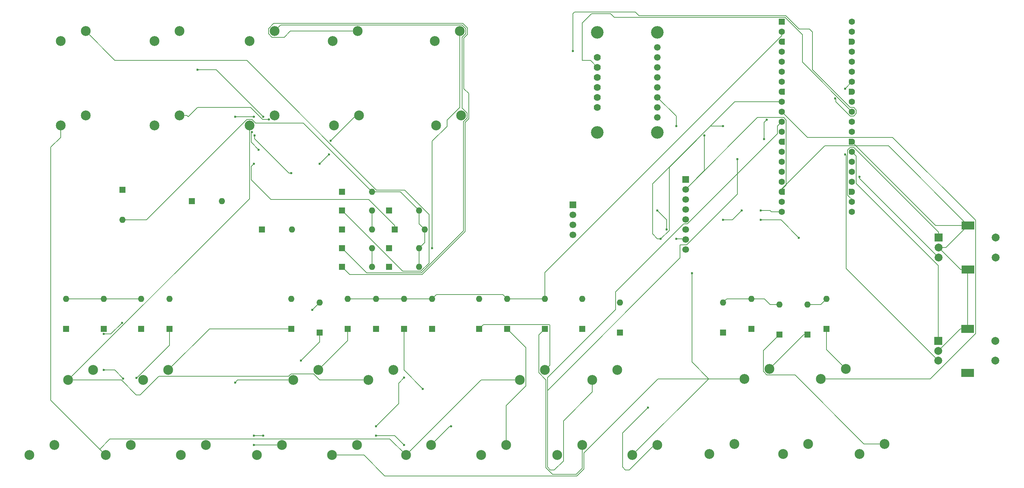
<source format=gbr>
%TF.GenerationSoftware,KiCad,Pcbnew,9.0.5*%
%TF.CreationDate,2025-10-11T12:45:19-04:00*%
%TF.ProjectId,midikeyboard,6d696469-6b65-4796-926f-6172642e6b69,rev?*%
%TF.SameCoordinates,Original*%
%TF.FileFunction,Copper,L2,Bot*%
%TF.FilePolarity,Positive*%
%FSLAX46Y46*%
G04 Gerber Fmt 4.6, Leading zero omitted, Abs format (unit mm)*
G04 Created by KiCad (PCBNEW 9.0.5) date 2025-10-11 12:45:19*
%MOMM*%
%LPD*%
G01*
G04 APERTURE LIST*
G04 Aperture macros list*
%AMRoundRect*
0 Rectangle with rounded corners*
0 $1 Rounding radius*
0 $2 $3 $4 $5 $6 $7 $8 $9 X,Y pos of 4 corners*
0 Add a 4 corners polygon primitive as box body*
4,1,4,$2,$3,$4,$5,$6,$7,$8,$9,$2,$3,0*
0 Add four circle primitives for the rounded corners*
1,1,$1+$1,$2,$3*
1,1,$1+$1,$4,$5*
1,1,$1+$1,$6,$7*
1,1,$1+$1,$8,$9*
0 Add four rect primitives between the rounded corners*
20,1,$1+$1,$2,$3,$4,$5,0*
20,1,$1+$1,$4,$5,$6,$7,0*
20,1,$1+$1,$6,$7,$8,$9,0*
20,1,$1+$1,$8,$9,$2,$3,0*%
%AMFreePoly0*
4,1,37,0.603843,0.796157,0.639018,0.796157,0.711114,0.766294,0.766294,0.711114,0.796157,0.639018,0.796157,0.603843,0.800000,0.600000,0.800000,-0.600000,0.796157,-0.603843,0.796157,-0.639018,0.766294,-0.711114,0.711114,-0.766294,0.639018,-0.796157,0.603843,-0.796157,0.600000,-0.800000,0.000000,-0.800000,0.000000,-0.796148,-0.078414,-0.796148,-0.232228,-0.765552,-0.377117,-0.705537,
-0.507515,-0.618408,-0.618408,-0.507515,-0.705537,-0.377117,-0.765552,-0.232228,-0.796148,-0.078414,-0.796148,0.078414,-0.765552,0.232228,-0.705537,0.377117,-0.618408,0.507515,-0.507515,0.618408,-0.377117,0.705537,-0.232228,0.765552,-0.078414,0.796148,0.000000,0.796148,0.000000,0.800000,0.600000,0.800000,0.603843,0.796157,0.603843,0.796157,$1*%
%AMFreePoly1*
4,1,37,0.000000,0.796148,0.078414,0.796148,0.232228,0.765552,0.377117,0.705537,0.507515,0.618408,0.618408,0.507515,0.705537,0.377117,0.765552,0.232228,0.796148,0.078414,0.796148,-0.078414,0.765552,-0.232228,0.705537,-0.377117,0.618408,-0.507515,0.507515,-0.618408,0.377117,-0.705537,0.232228,-0.765552,0.078414,-0.796148,0.000000,-0.796148,0.000000,-0.800000,-0.600000,-0.800000,
-0.603843,-0.796157,-0.639018,-0.796157,-0.711114,-0.766294,-0.766294,-0.711114,-0.796157,-0.639018,-0.796157,-0.603843,-0.800000,-0.600000,-0.800000,0.600000,-0.796157,0.603843,-0.796157,0.639018,-0.766294,0.711114,-0.711114,0.766294,-0.639018,0.796157,-0.603843,0.796157,-0.600000,0.800000,0.000000,0.800000,0.000000,0.796148,0.000000,0.796148,$1*%
G04 Aperture macros list end*
%TA.AperFunction,ComponentPad*%
%ADD10C,2.500000*%
%TD*%
%TA.AperFunction,ComponentPad*%
%ADD11R,1.600000X1.600000*%
%TD*%
%TA.AperFunction,ComponentPad*%
%ADD12O,1.600000X1.600000*%
%TD*%
%TA.AperFunction,ComponentPad*%
%ADD13R,2.000000X2.000000*%
%TD*%
%TA.AperFunction,ComponentPad*%
%ADD14C,2.000000*%
%TD*%
%TA.AperFunction,ComponentPad*%
%ADD15R,3.200000X2.000000*%
%TD*%
%TA.AperFunction,ComponentPad*%
%ADD16C,1.676400*%
%TD*%
%TA.AperFunction,ComponentPad*%
%ADD17C,1.778000*%
%TD*%
%TA.AperFunction,ComponentPad*%
%ADD18C,3.200000*%
%TD*%
%TA.AperFunction,ComponentPad*%
%ADD19R,1.700000X1.700000*%
%TD*%
%TA.AperFunction,ComponentPad*%
%ADD20C,1.700000*%
%TD*%
%TA.AperFunction,ComponentPad*%
%ADD21RoundRect,0.200000X-0.600000X-0.600000X0.600000X-0.600000X0.600000X0.600000X-0.600000X0.600000X0*%
%TD*%
%TA.AperFunction,ComponentPad*%
%ADD22C,1.600000*%
%TD*%
%TA.AperFunction,ComponentPad*%
%ADD23FreePoly0,0.000000*%
%TD*%
%TA.AperFunction,ComponentPad*%
%ADD24FreePoly1,0.000000*%
%TD*%
%TA.AperFunction,ViaPad*%
%ADD25C,0.600000*%
%TD*%
%TA.AperFunction,Conductor*%
%ADD26C,0.200000*%
%TD*%
G04 APERTURE END LIST*
D10*
%TO.P,S19,1,1*%
%TO.N,col0*%
X205422500Y-130810000D03*
%TO.P,S19,2,2*%
%TO.N,Net-(D19-K)*%
X211772500Y-128270000D03*
%TD*%
D11*
%TO.P,D29,1,K*%
%TO.N,Net-(D29-K)*%
X103346250Y-83343750D03*
D12*
%TO.P,D29,2,A*%
%TO.N,row4*%
X110966250Y-83343750D03*
%TD*%
D10*
%TO.P,S20,1,1*%
%TO.N,col1*%
X224790000Y-130810000D03*
%TO.P,S20,2,2*%
%TO.N,Net-(D20-K)*%
X231140000Y-128270000D03*
%TD*%
D11*
%TO.P,D9,1,K*%
%TO.N,Net-(D9-K)*%
X104775000Y-118110000D03*
D12*
%TO.P,D9,2,A*%
%TO.N,row1*%
X104775000Y-110490000D03*
%TD*%
D10*
%TO.P,S15,1,1*%
%TO.N,col2*%
X166846250Y-131127500D03*
%TO.P,S15,2,2*%
%TO.N,Net-(D15-K)*%
X173196250Y-128587500D03*
%TD*%
%TO.P,S27,1,1*%
%TO.N,col2*%
X55721250Y-66516250D03*
%TO.P,S27,2,2*%
%TO.N,Net-(D27-K)*%
X62071250Y-63976250D03*
%TD*%
%TO.P,S21,1,1*%
%TO.N,col2*%
X31908750Y-45085000D03*
%TO.P,S21,2,2*%
%TO.N,Net-(D21-K)*%
X38258750Y-42545000D03*
%TD*%
D11*
%TO.P,D8,1,K*%
%TO.N,Net-(D8-K)*%
X119062500Y-118110000D03*
D12*
%TO.P,D8,2,A*%
%TO.N,row1*%
X119062500Y-110490000D03*
%TD*%
D13*
%TO.P,SW2,A,A*%
%TO.N,a2*%
X254581250Y-121206250D03*
D14*
%TO.P,SW2,B,B*%
%TO.N,b2*%
X254581250Y-126206250D03*
%TO.P,SW2,C,C*%
%TO.N,GND*%
X254581250Y-123706250D03*
D15*
%TO.P,SW2,MP,MP*%
X262081250Y-118106250D03*
X262081250Y-129306250D03*
D14*
%TO.P,SW2,S1,S1*%
%TO.N,2s1*%
X269081250Y-126206250D03*
%TO.P,SW2,S2,S2*%
%TO.N,2s2*%
X269081250Y-121206250D03*
%TD*%
D10*
%TO.P,S1,1,1*%
%TO.N,col0*%
X23971250Y-150177500D03*
%TO.P,S1,2,2*%
%TO.N,Net-(D1-K)*%
X30321250Y-147637500D03*
%TD*%
D11*
%TO.P,D28,1,K*%
%TO.N,Net-(D28-K)*%
X115252500Y-88106250D03*
D12*
%TO.P,D28,2,A*%
%TO.N,row4*%
X122872500Y-88106250D03*
%TD*%
D16*
%TO.P,U1,1,CPVDD*%
%TO.N,unconnected-(U1-CPVDD-Pad1)*%
X183356250Y-64452500D03*
%TO.P,U1,2,CAPP*%
%TO.N,unconnected-(U1-CAPP-Pad2)*%
X183356250Y-61912500D03*
%TO.P,U1,3,CPGND*%
%TO.N,GND*%
X183356250Y-59372500D03*
%TO.P,U1,4,CAPM*%
%TO.N,unconnected-(U1-CAPM-Pad4)*%
X183356250Y-56832500D03*
%TO.P,U1,5,VNEG*%
%TO.N,unconnected-(U1-VNEG-Pad5)*%
X183356250Y-54292500D03*
%TO.P,U1,6,OUTL*%
%TO.N,unconnected-(U1-OUTL-Pad6)*%
X183356250Y-51752500D03*
%TO.P,U1,7,OUTR*%
%TO.N,unconnected-(U1-OUTR-Pad7)*%
X183356250Y-49212500D03*
%TO.P,U1,8,AVDD*%
%TO.N,unconnected-(U1-AVDD-Pad8)*%
X183356250Y-46672500D03*
D17*
%TO.P,U1,9,AGND*%
%TO.N,GND*%
X168116250Y-61912500D03*
%TO.P,U1,10,DEMP*%
%TO.N,unconnected-(U1-DEMP-Pad10)*%
X168116250Y-59372500D03*
%TO.P,U1,11,FLT*%
%TO.N,unconnected-(U1-FLT-Pad11)*%
X168116250Y-56832500D03*
%TO.P,U1,12,SCK*%
%TO.N,unconnected-(U1-SCK-Pad12)*%
X168116250Y-54292500D03*
%TO.P,U1,13,BCK*%
%TO.N,BCK*%
X168116250Y-51752500D03*
%TO.P,U1,14,DIN*%
%TO.N,din*%
X168116250Y-49212500D03*
D18*
%TO.P,U1,P1*%
%TO.N,N/C*%
X168116250Y-68262500D03*
X183356250Y-68262500D03*
X168116250Y-42862500D03*
X183356250Y-42862500D03*
%TD*%
D10*
%TO.P,S6,1,1*%
%TO.N,col5*%
X81756250Y-150177500D03*
%TO.P,S6,2,2*%
%TO.N,Net-(D6-K)*%
X88106250Y-147637500D03*
%TD*%
%TO.P,S29,1,1*%
%TO.N,col4*%
X101282500Y-66516250D03*
%TO.P,S29,2,2*%
%TO.N,Net-(D29-K)*%
X107632500Y-63976250D03*
%TD*%
D19*
%TO.P,J1,1,Pin_1*%
%TO.N,+3V3*%
X190500000Y-80168750D03*
D20*
%TO.P,J1,2,Pin_2*%
%TO.N,GND*%
X190500000Y-82708750D03*
%TO.P,J1,3,Pin_3*%
%TO.N,CS_LCD*%
X190500000Y-85248750D03*
%TO.P,J1,4,Pin_4*%
%TO.N,RST*%
X190500000Y-87788750D03*
%TO.P,J1,5,Pin_5*%
%TO.N,A0*%
X190500000Y-90328750D03*
%TO.P,J1,6,Pin_6*%
%TO.N,MOSI*%
X190500000Y-92868750D03*
%TO.P,J1,7,Pin_7*%
%TO.N,SCK*%
X190500000Y-95408750D03*
%TO.P,J1,8,Pin_8*%
%TO.N,+3V3*%
X190500000Y-97948750D03*
%TD*%
D11*
%TO.P,D18,1,K*%
%TO.N,Net-(D18-K)*%
X214312500Y-119538750D03*
D12*
%TO.P,D18,2,A*%
%TO.N,row2*%
X214312500Y-111918750D03*
%TD*%
D10*
%TO.P,S11,1,1*%
%TO.N,col4*%
X138588750Y-150177500D03*
%TO.P,S11,2,2*%
%TO.N,Net-(D11-K)*%
X144938750Y-147637500D03*
%TD*%
D11*
%TO.P,D10,1,K*%
%TO.N,Net-(D10-K)*%
X111918750Y-118110000D03*
D12*
%TO.P,D10,2,A*%
%TO.N,row1*%
X111918750Y-110490000D03*
%TD*%
D10*
%TO.P,S13,1,1*%
%TO.N,col0*%
X177006250Y-150177500D03*
%TO.P,S13,2,2*%
%TO.N,Net-(D13-K)*%
X183356250Y-147637500D03*
%TD*%
D11*
%TO.P,D32,1,K*%
%TO.N,col5*%
X83026250Y-92868750D03*
D12*
%TO.P,D32,2,A*%
%TO.N,2S2*%
X90646250Y-92868750D03*
%TD*%
D13*
%TO.P,SW1,A,A*%
%TO.N,a1*%
X254687500Y-94975063D03*
D14*
%TO.P,SW1,B,B*%
%TO.N,b1*%
X254687500Y-99975063D03*
%TO.P,SW1,C,C*%
%TO.N,GND*%
X254687500Y-97475063D03*
D15*
%TO.P,SW1,MP,MP*%
X262187500Y-91875063D03*
X262187500Y-103075063D03*
D14*
%TO.P,SW1,S1,S1*%
%TO.N,1s1*%
X269187500Y-99975063D03*
%TO.P,SW1,S2,S2*%
%TO.N,1s2*%
X269187500Y-94975063D03*
%TD*%
D11*
%TO.P,D1,1,K*%
%TO.N,Net-(D1-K)*%
X33337500Y-118110000D03*
D12*
%TO.P,D1,2,A*%
%TO.N,row0*%
X33337500Y-110490000D03*
%TD*%
D11*
%TO.P,D25,1,K*%
%TO.N,Net-(D25-K)*%
X115252500Y-102393750D03*
D12*
%TO.P,D25,2,A*%
%TO.N,row4*%
X122872500Y-102393750D03*
%TD*%
D11*
%TO.P,D13,1,K*%
%TO.N,Net-(D13-K)*%
X164306250Y-118110000D03*
D12*
%TO.P,D13,2,A*%
%TO.N,row2*%
X164306250Y-110490000D03*
%TD*%
D10*
%TO.P,S30,1,1*%
%TO.N,col5*%
X127158750Y-66516250D03*
%TO.P,S30,2,2*%
%TO.N,Net-(D30-K)*%
X133508750Y-63976250D03*
%TD*%
%TO.P,S16,1,1*%
%TO.N,col3*%
X196532500Y-149860000D03*
%TO.P,S16,2,2*%
%TO.N,Net-(D16-K)*%
X202882500Y-147320000D03*
%TD*%
D11*
%TO.P,D23,1,K*%
%TO.N,Net-(D23-K)*%
X103346250Y-97631250D03*
D12*
%TO.P,D23,2,A*%
%TO.N,row3*%
X110966250Y-97631250D03*
%TD*%
D10*
%TO.P,S22,1,1*%
%TO.N,col3*%
X55721250Y-45085000D03*
%TO.P,S22,2,2*%
%TO.N,Net-(D22-K)*%
X62071250Y-42545000D03*
%TD*%
%TO.P,S26,1,1*%
%TO.N,col1*%
X31908750Y-66516250D03*
%TO.P,S26,2,2*%
%TO.N,Net-(D26-K)*%
X38258750Y-63976250D03*
%TD*%
D11*
%TO.P,D4,1,K*%
%TO.N,Net-(D4-K)*%
X42862500Y-118110000D03*
D12*
%TO.P,D4,2,A*%
%TO.N,row0*%
X42862500Y-110490000D03*
%TD*%
D10*
%TO.P,S8,1,1*%
%TO.N,col1*%
X119538750Y-150177500D03*
%TO.P,S8,2,2*%
%TO.N,Net-(D8-K)*%
X125888750Y-147637500D03*
%TD*%
D11*
%TO.P,D7,1,K*%
%TO.N,Net-(D7-K)*%
X126206250Y-118110000D03*
D12*
%TO.P,D7,2,A*%
%TO.N,row1*%
X126206250Y-110490000D03*
%TD*%
D11*
%TO.P,D6,1,K*%
%TO.N,Net-(D6-K)*%
X97631250Y-119062500D03*
D12*
%TO.P,D6,2,A*%
%TO.N,row0*%
X97631250Y-111442500D03*
%TD*%
D11*
%TO.P,D2,1,K*%
%TO.N,Net-(D2-K)*%
X59531250Y-118110000D03*
D12*
%TO.P,D2,2,A*%
%TO.N,row0*%
X59531250Y-110490000D03*
%TD*%
D11*
%TO.P,D20,1,K*%
%TO.N,Net-(D20-K)*%
X226218750Y-118110000D03*
D12*
%TO.P,D20,2,A*%
%TO.N,row3*%
X226218750Y-110490000D03*
%TD*%
D19*
%TO.P,J2,1,Pin_1*%
%TO.N,SCK*%
X161925000Y-86677500D03*
D20*
%TO.P,J2,2,Pin_2*%
%TO.N,MISO*%
X161925000Y-89217500D03*
%TO.P,J2,3,Pin_3*%
%TO.N,MOSI*%
X161925000Y-91757500D03*
%TO.P,J2,4,Pin_4*%
%TO.N,CS_SD*%
X161925000Y-94297500D03*
%TD*%
D11*
%TO.P,D12,1,K*%
%TO.N,Net-(D12-K)*%
X154781250Y-118110000D03*
D12*
%TO.P,D12,2,A*%
%TO.N,row1*%
X154781250Y-110490000D03*
%TD*%
D10*
%TO.P,S18,1,1*%
%TO.N,col5*%
X234632500Y-149860000D03*
%TO.P,S18,2,2*%
%TO.N,Net-(D18-K)*%
X240982500Y-147320000D03*
%TD*%
D11*
%TO.P,D26,1,K*%
%TO.N,Net-(D26-K)*%
X115252500Y-97631250D03*
D12*
%TO.P,D26,2,A*%
%TO.N,row4*%
X122872500Y-97631250D03*
%TD*%
D10*
%TO.P,S17,1,1*%
%TO.N,col4*%
X215265000Y-149860000D03*
%TO.P,S17,2,2*%
%TO.N,Net-(D17-K)*%
X221615000Y-147320000D03*
%TD*%
D11*
%TO.P,D19,1,K*%
%TO.N,Net-(D19-K)*%
X221456250Y-119538750D03*
D12*
%TO.P,D19,2,A*%
%TO.N,row3*%
X221456250Y-111918750D03*
%TD*%
D10*
%TO.P,S12,1,1*%
%TO.N,col5*%
X157956250Y-150177500D03*
%TO.P,S12,2,2*%
%TO.N,Net-(D12-K)*%
X164306250Y-147637500D03*
%TD*%
D11*
%TO.P,D31,1,K*%
%TO.N,col5*%
X65246250Y-85725000D03*
D12*
%TO.P,D31,2,A*%
%TO.N,1S2*%
X72866250Y-85725000D03*
%TD*%
D10*
%TO.P,S24,1,1*%
%TO.N,col5*%
X100965000Y-45085000D03*
%TO.P,S24,2,2*%
%TO.N,Net-(D24-K)*%
X107315000Y-42545000D03*
%TD*%
D11*
%TO.P,D21,1,K*%
%TO.N,Net-(D21-K)*%
X103346250Y-88106250D03*
D12*
%TO.P,D21,2,A*%
%TO.N,row3*%
X110966250Y-88106250D03*
%TD*%
D11*
%TO.P,D14,1,K*%
%TO.N,Net-(D14-K)*%
X138112500Y-118110000D03*
D12*
%TO.P,D14,2,A*%
%TO.N,row2*%
X138112500Y-110490000D03*
%TD*%
D10*
%TO.P,S5,1,1*%
%TO.N,col4*%
X52863750Y-131127500D03*
%TO.P,S5,2,2*%
%TO.N,Net-(D5-K)*%
X59213750Y-128587500D03*
%TD*%
D11*
%TO.P,D22,1,K*%
%TO.N,Net-(D22-K)*%
X103346250Y-92868750D03*
D12*
%TO.P,D22,2,A*%
%TO.N,row3*%
X110966250Y-92868750D03*
%TD*%
D10*
%TO.P,S25,1,1*%
%TO.N,col0*%
X126841250Y-45085000D03*
%TO.P,S25,2,2*%
%TO.N,Net-(D25-K)*%
X133191250Y-42545000D03*
%TD*%
%TO.P,S4,1,1*%
%TO.N,col3*%
X33813750Y-131127500D03*
%TO.P,S4,2,2*%
%TO.N,Net-(D4-K)*%
X40163750Y-128587500D03*
%TD*%
%TO.P,S7,1,1*%
%TO.N,col0*%
X100806250Y-150177500D03*
%TO.P,S7,2,2*%
%TO.N,Net-(D7-K)*%
X107156250Y-147637500D03*
%TD*%
D11*
%TO.P,D3,1,K*%
%TO.N,Net-(D3-K)*%
X52387500Y-118110000D03*
D12*
%TO.P,D3,2,A*%
%TO.N,row0*%
X52387500Y-110490000D03*
%TD*%
D11*
%TO.P,D17,1,K*%
%TO.N,Net-(D17-K)*%
X207168750Y-118110000D03*
D12*
%TO.P,D17,2,A*%
%TO.N,row2*%
X207168750Y-110490000D03*
%TD*%
D11*
%TO.P,D24,1,K*%
%TO.N,Net-(D24-K)*%
X103346250Y-102393750D03*
D12*
%TO.P,D24,2,A*%
%TO.N,row3*%
X110966250Y-102393750D03*
%TD*%
D10*
%TO.P,S23,1,1*%
%TO.N,col4*%
X79851250Y-45085000D03*
%TO.P,S23,2,2*%
%TO.N,Net-(D23-K)*%
X86201250Y-42545000D03*
%TD*%
D11*
%TO.P,D27,1,K*%
%TO.N,Net-(D27-K)*%
X116681250Y-92868750D03*
D12*
%TO.P,D27,2,A*%
%TO.N,row4*%
X124301250Y-92868750D03*
%TD*%
D10*
%TO.P,S10,1,1*%
%TO.N,col3*%
X110013750Y-131127500D03*
%TO.P,S10,2,2*%
%TO.N,Net-(D10-K)*%
X116363750Y-128587500D03*
%TD*%
D11*
%TO.P,D11,1,K*%
%TO.N,Net-(D11-K)*%
X145256250Y-118110000D03*
D12*
%TO.P,D11,2,A*%
%TO.N,row1*%
X145256250Y-110490000D03*
%TD*%
D11*
%TO.P,D15,1,K*%
%TO.N,Net-(D15-K)*%
X173831250Y-119062500D03*
D12*
%TO.P,D15,2,A*%
%TO.N,row2*%
X173831250Y-111442500D03*
%TD*%
D10*
%TO.P,S14,1,1*%
%TO.N,col1*%
X148431250Y-131127500D03*
%TO.P,S14,2,2*%
%TO.N,Net-(D14-K)*%
X154781250Y-128587500D03*
%TD*%
D11*
%TO.P,D5,1,K*%
%TO.N,Net-(D5-K)*%
X90487500Y-118110000D03*
D12*
%TO.P,D5,2,A*%
%TO.N,row0*%
X90487500Y-110490000D03*
%TD*%
D10*
%TO.P,S9,1,1*%
%TO.N,col2*%
X90963750Y-131127500D03*
%TO.P,S9,2,2*%
%TO.N,Net-(D9-K)*%
X97313750Y-128587500D03*
%TD*%
%TO.P,S3,1,1*%
%TO.N,col2*%
X62388750Y-150177500D03*
%TO.P,S3,2,2*%
%TO.N,Net-(D3-K)*%
X68738750Y-147637500D03*
%TD*%
%TO.P,S2,1,1*%
%TO.N,col1*%
X43338750Y-150177500D03*
%TO.P,S2,2,2*%
%TO.N,Net-(D2-K)*%
X49688750Y-147637500D03*
%TD*%
D21*
%TO.P,A1,1,GPIO0*%
%TO.N,row0*%
X214947500Y-40163750D03*
D22*
%TO.P,A1,2,GPIO1*%
%TO.N,row1*%
X214947500Y-42703750D03*
D23*
%TO.P,A1,3,GND*%
%TO.N,GND*%
X214947500Y-45243750D03*
D22*
%TO.P,A1,4,GPIO2*%
%TO.N,row2*%
X214947500Y-47783750D03*
%TO.P,A1,5,GPIO3*%
%TO.N,row3*%
X214947500Y-50323750D03*
%TO.P,A1,6,GPIO4*%
%TO.N,row4*%
X214947500Y-52863750D03*
%TO.P,A1,7,GPIO5*%
%TO.N,2S1*%
X214947500Y-55403750D03*
D23*
%TO.P,A1,8,GND*%
%TO.N,GND*%
X214947500Y-57943750D03*
D22*
%TO.P,A1,9,GPIO6*%
%TO.N,col0*%
X214947500Y-60483750D03*
%TO.P,A1,10,GPIO7*%
%TO.N,col1*%
X214947500Y-63023750D03*
%TO.P,A1,11,GPIO8*%
%TO.N,col2*%
X214947500Y-65563750D03*
%TO.P,A1,12,GPIO9*%
%TO.N,col3*%
X214947500Y-68103750D03*
D23*
%TO.P,A1,13,GND*%
%TO.N,GND*%
X214947500Y-70643750D03*
D22*
%TO.P,A1,14,GPIO10*%
%TO.N,col4*%
X214947500Y-73183750D03*
%TO.P,A1,15,GPIO11*%
%TO.N,col5*%
X214947500Y-75723750D03*
%TO.P,A1,16,GPIO12*%
%TO.N,1S1*%
X214947500Y-78263750D03*
%TO.P,A1,17,GPIO13*%
%TO.N,AO*%
X214947500Y-80803750D03*
D23*
%TO.P,A1,18,GND*%
%TO.N,GND*%
X214947500Y-83343750D03*
D22*
%TO.P,A1,19,GPIO14*%
%TO.N,unconnected-(A1-GPIO14-Pad19)*%
X214947500Y-85883750D03*
%TO.P,A1,20,GPIO15*%
%TO.N,CS_LCD*%
X214947500Y-88423750D03*
%TO.P,A1,21,GPIO16*%
%TO.N,unconnected-(A1-GPIO16-Pad21)*%
X232727500Y-88423750D03*
%TO.P,A1,22,GPIO17*%
%TO.N,a1*%
X232727500Y-85883750D03*
D24*
%TO.P,A1,23,GND*%
%TO.N,GND*%
X232727500Y-83343750D03*
D22*
%TO.P,A1,24,GPIO18*%
%TO.N,sck*%
X232727500Y-80803750D03*
%TO.P,A1,25,GPIO19*%
%TO.N,mosi*%
X232727500Y-78263750D03*
%TO.P,A1,26,GPIO20*%
%TO.N,b1*%
X232727500Y-75723750D03*
%TO.P,A1,27,GPIO21*%
%TO.N,a2*%
X232727500Y-73183750D03*
D24*
%TO.P,A1,28,GND*%
%TO.N,GND*%
X232727500Y-70643750D03*
D22*
%TO.P,A1,29,GPIO22*%
%TO.N,b2*%
X232727500Y-68103750D03*
%TO.P,A1,30,RUN*%
%TO.N,unconnected-(A1-RUN-Pad30)*%
X232727500Y-65563750D03*
%TO.P,A1,31,GPIO26_ADC0*%
%TO.N,BCK*%
X232727500Y-63023750D03*
%TO.P,A1,32,GPIO27_ADC1*%
%TO.N,LRCK*%
X232727500Y-60483750D03*
D24*
%TO.P,A1,33,AGND*%
%TO.N,unconnected-(A1-AGND-Pad33)*%
X232727500Y-57943750D03*
D22*
%TO.P,A1,34,GPIO28_ADC2*%
%TO.N,din*%
X232727500Y-55403750D03*
%TO.P,A1,35,ADC_VREF*%
%TO.N,unconnected-(A1-ADC_VREF-Pad35)*%
X232727500Y-52863750D03*
%TO.P,A1,36,3V3*%
%TO.N,unconnected-(A1-3V3-Pad36)*%
X232727500Y-50323750D03*
%TO.P,A1,37,3V3_EN*%
%TO.N,unconnected-(A1-3V3_EN-Pad37)*%
X232727500Y-47783750D03*
D24*
%TO.P,A1,38,GND*%
%TO.N,GND*%
X232727500Y-45243750D03*
D22*
%TO.P,A1,39,VSYS*%
%TO.N,unconnected-(A1-VSYS-Pad39)*%
X232727500Y-42703750D03*
%TO.P,A1,40,VBUS*%
%TO.N,unconnected-(A1-VBUS-Pad40)*%
X232727500Y-40163750D03*
%TD*%
D10*
%TO.P,S28,1,1*%
%TO.N,col3*%
X79851250Y-66516250D03*
%TO.P,S28,2,2*%
%TO.N,Net-(D28-K)*%
X86201250Y-63976250D03*
%TD*%
D11*
%TO.P,D30,1,K*%
%TO.N,Net-(D30-K)*%
X47625000Y-82867500D03*
D12*
%TO.P,D30,2,A*%
%TO.N,row4*%
X47625000Y-90487500D03*
%TD*%
D11*
%TO.P,D16,1,K*%
%TO.N,Net-(D16-K)*%
X200025000Y-119062500D03*
D12*
%TO.P,D16,2,A*%
%TO.N,row2*%
X200025000Y-111442500D03*
%TD*%
D25*
%TO.N,b2*%
X230981250Y-73818750D03*
%TO.N,din*%
X230981250Y-57150000D03*
X161925000Y-47625000D03*
X228493235Y-59638015D03*
%TO.N,GND*%
X188118750Y-66675000D03*
X195262500Y-69056250D03*
%TO.N,row0*%
X95784447Y-113289303D03*
%TO.N,CS_LCD*%
X209550000Y-88106250D03*
X200025000Y-90487500D03*
X204787500Y-88106250D03*
%TO.N,col2*%
X203647585Y-75060085D03*
X76200000Y-131727500D03*
%TO.N,col0*%
X184206193Y-95250000D03*
X200025000Y-66675000D03*
X192114890Y-104008640D03*
%TO.N,b1*%
X234666817Y-79522277D03*
%TO.N,col1*%
X210449240Y-69955490D03*
X211104922Y-65062750D03*
X209550000Y-90487500D03*
X219199265Y-94984035D03*
%TO.N,col3*%
X76200000Y-64293750D03*
X80962500Y-64293750D03*
%TO.N,Net-(D2-K)*%
X47817352Y-130776398D03*
X51203552Y-130574101D03*
X42862500Y-128587500D03*
%TO.N,Net-(D3-K)*%
X47518235Y-116574485D03*
X42862500Y-119410002D03*
%TO.N,Net-(D6-K)*%
X92868750Y-126206250D03*
X83343750Y-145256250D03*
X80962500Y-145256250D03*
X80962500Y-147637500D03*
%TO.N,Net-(D7-K)*%
X119062500Y-130527500D03*
X111918750Y-145256250D03*
X119062500Y-147637500D03*
X111918750Y-142875000D03*
%TO.N,Net-(D8-K)*%
X123825000Y-133350000D03*
X130968750Y-142875000D03*
%TO.N,Net-(D13-K)*%
X180975000Y-138112500D03*
%TO.N,Net-(D22-K)*%
X81111250Y-69056250D03*
X66675000Y-52387500D03*
X90487500Y-78581250D03*
X83343750Y-64293750D03*
%TO.N,Net-(D25-K)*%
X126206250Y-97631250D03*
%TO.N,Net-(D27-K)*%
X84745160Y-64946977D03*
X80962500Y-76200000D03*
X82153125Y-72628125D03*
X80451250Y-68210541D03*
%TO.N,Net-(D29-K)*%
X100012500Y-73818750D03*
X100442806Y-70414727D03*
X97631250Y-76200000D03*
%TO.N,SCK*%
X188118750Y-95250000D03*
X185737500Y-92868750D03*
X183356250Y-88106250D03*
%TD*%
D26*
%TO.N,row4*%
X79208804Y-64965250D02*
X80493696Y-64965250D01*
X81402250Y-65873804D02*
X93496304Y-65873804D01*
X122872500Y-97631250D02*
X122872500Y-102393750D01*
X118110000Y-83343750D02*
X122872500Y-88106250D01*
X110966250Y-83343750D02*
X118110000Y-83343750D01*
X124301250Y-96202500D02*
X122872500Y-97631250D01*
X53686554Y-90487500D02*
X79208804Y-64965250D01*
X124301250Y-92868750D02*
X124301250Y-96202500D01*
X122872500Y-88106250D02*
X122872500Y-91440000D01*
X93496304Y-65873804D02*
X110966250Y-83343750D01*
X47625000Y-90487500D02*
X53686554Y-90487500D01*
X80493696Y-64965250D02*
X81402250Y-65873804D01*
X122872500Y-91440000D02*
X124301250Y-92868750D01*
%TO.N,b2*%
X254581250Y-126206250D02*
X231220500Y-102845500D01*
X231220500Y-102845500D02*
X231220500Y-74058000D01*
X231220500Y-74058000D02*
X230981250Y-73818750D01*
%TO.N,din*%
X162326000Y-37699000D02*
X161925000Y-38100000D01*
X222688500Y-52339800D02*
X232271450Y-61922750D01*
X177704250Y-37699000D02*
X162326000Y-37699000D01*
X233183550Y-64124750D02*
X232271450Y-64124750D01*
X233828500Y-63479800D02*
X233183550Y-64124750D01*
X228600000Y-60453300D02*
X228600000Y-59531250D01*
X221941037Y-42047750D02*
X222688500Y-42795213D01*
X233183550Y-61922750D02*
X233828500Y-62567700D01*
X219312664Y-42047750D02*
X221941037Y-42047750D01*
X178667000Y-38661750D02*
X177704250Y-37699000D01*
X232271450Y-61922750D02*
X233183550Y-61922750D01*
X161925000Y-38100000D02*
X161925000Y-47625000D01*
X215926664Y-38661750D02*
X219312664Y-42047750D01*
X233828500Y-62567700D02*
X233828500Y-63479800D01*
X232271450Y-64124750D02*
X228600000Y-60453300D01*
X232727500Y-55403750D02*
X230981250Y-57150000D01*
X178667000Y-38661750D02*
X215926664Y-38661750D01*
X222688500Y-42795213D02*
X222688500Y-52339800D01*
X228600000Y-59531250D02*
X228493235Y-59638015D01*
%TO.N,row1*%
X154781250Y-110490000D02*
X154781250Y-103845878D01*
X154781250Y-103845878D02*
X214947500Y-43679628D01*
X126206250Y-110490000D02*
X127307250Y-109389000D01*
X214947500Y-43679628D02*
X214947500Y-42703750D01*
X104775000Y-110490000D02*
X126206250Y-110490000D01*
X145256250Y-110490000D02*
X154781250Y-110490000D01*
X127307250Y-109389000D02*
X144155250Y-109389000D01*
X144155250Y-109389000D02*
X145256250Y-110490000D01*
%TO.N,GND*%
X208746000Y-64462750D02*
X215403550Y-64462750D01*
X216048500Y-81607750D02*
X214312500Y-83343750D01*
X260287500Y-103075063D02*
X254687500Y-97475063D01*
X215403550Y-64462750D02*
X216048500Y-65107700D01*
X190500000Y-82708750D02*
X208746000Y-64462750D01*
X195262500Y-77946250D02*
X190500000Y-82708750D01*
X260181250Y-118106250D02*
X262081250Y-118106250D01*
X262187500Y-91875063D02*
X241994187Y-71681750D01*
X262187500Y-103075063D02*
X260287500Y-103075063D01*
X262081250Y-118106250D02*
X262081250Y-103181313D01*
X254581250Y-123706250D02*
X260181250Y-118106250D01*
X253958813Y-91875063D02*
X232727500Y-70643750D01*
X216048500Y-65107700D02*
X216048500Y-81607750D01*
X195262500Y-69056250D02*
X195262500Y-77946250D01*
X241994187Y-71681750D02*
X225804500Y-71681750D01*
X262187500Y-91875063D02*
X253958813Y-91875063D01*
X254687500Y-97475063D02*
X256587500Y-97475063D01*
X225804500Y-71681750D02*
X214947500Y-82538750D01*
X188118750Y-64135000D02*
X188118750Y-66675000D01*
X256587500Y-97475063D02*
X262187500Y-91875063D01*
X214947500Y-82538750D02*
X214947500Y-83343750D01*
X183356250Y-59372500D02*
X188118750Y-64135000D01*
%TO.N,row0*%
X42862500Y-110490000D02*
X33337500Y-110490000D01*
X95784447Y-113289303D02*
X97631250Y-111442500D01*
X52387500Y-110490000D02*
X42862500Y-110490000D01*
%TO.N,BCK*%
X215760564Y-39062750D02*
X172412750Y-39062750D01*
X164306250Y-40481250D02*
X164306250Y-50006250D01*
X232727500Y-63023750D02*
X220136500Y-50432750D01*
X164306250Y-50006250D02*
X166370000Y-50006250D01*
X220136500Y-50432750D02*
X220136500Y-43438686D01*
X220136500Y-43438686D02*
X215760564Y-39062750D01*
X166687500Y-38100000D02*
X164306250Y-40481250D01*
X172412750Y-39062750D02*
X171450000Y-38100000D01*
X166370000Y-50006250D02*
X168116250Y-51752500D01*
X171450000Y-38100000D02*
X166687500Y-38100000D01*
%TO.N,a2*%
X233828500Y-74284750D02*
X232727500Y-73183750D01*
X233828500Y-81259800D02*
X233828500Y-74284750D01*
X254581250Y-121206250D02*
X254581250Y-102012550D01*
X254581250Y-102012550D02*
X233828500Y-81259800D01*
%TO.N,CS_LCD*%
X200025000Y-90487500D02*
X202406250Y-90487500D01*
X202406250Y-90487500D02*
X204787500Y-88106250D01*
X209550000Y-88106250D02*
X211931250Y-88106250D01*
X212248750Y-88423750D02*
X214947500Y-88423750D01*
X211931250Y-88106250D02*
X212248750Y-88423750D01*
%TO.N,col2*%
X159507250Y-141470326D02*
X166846250Y-134131326D01*
X190023240Y-91479750D02*
X190976760Y-91479750D01*
X159507250Y-151630326D02*
X159507250Y-141470326D01*
X76800000Y-131127500D02*
X90963750Y-131127500D01*
X203647585Y-83888925D02*
X190738760Y-96797750D01*
X213846500Y-68610010D02*
X213846500Y-66664750D01*
X157194076Y-153943500D02*
X159507250Y-151630326D01*
X172730250Y-113188450D02*
X172730250Y-108772740D01*
X155460250Y-130458450D02*
X172730250Y-113188450D01*
X213846500Y-66664750D02*
X214947500Y-65563750D01*
X155460250Y-153225326D02*
X156178424Y-153943500D01*
X76200000Y-131727500D02*
X76800000Y-131127500D01*
X166846250Y-134131326D02*
X166846250Y-131127500D01*
X189120950Y-96797750D02*
X189120950Y-100133974D01*
X189120950Y-100133974D02*
X155460250Y-133794674D01*
X190976760Y-91479750D02*
X213846500Y-68610010D01*
X172730250Y-108772740D02*
X190023240Y-91479750D01*
X155460250Y-133794674D02*
X155460250Y-153225326D01*
X190738760Y-96797750D02*
X189120950Y-96797750D01*
X155460250Y-153225326D02*
X155460250Y-130458450D01*
X156178424Y-153943500D02*
X157194076Y-153943500D01*
X203647585Y-75060085D02*
X203647585Y-83888925D01*
%TO.N,col0*%
X196793807Y-66675000D02*
X182139820Y-81328987D01*
X164707250Y-149617750D02*
X164707250Y-153668416D01*
X108890076Y-150177500D02*
X100806250Y-150177500D01*
X183356250Y-95250000D02*
X184206193Y-95250000D01*
X164707250Y-153668416D02*
X162906166Y-155469500D01*
X182139820Y-94033570D02*
X183356250Y-95250000D01*
X186338500Y-77130307D02*
X202985057Y-60483750D01*
X196373750Y-130810000D02*
X205422500Y-130810000D01*
X182139820Y-81328987D02*
X182139820Y-94033570D01*
X196373750Y-130810000D02*
X183515000Y-130810000D01*
X177006250Y-150177500D02*
X196373750Y-130810000D01*
X196373750Y-130810000D02*
X192114890Y-126551140D01*
X183515000Y-130810000D02*
X164707250Y-149617750D01*
X162906166Y-155469500D02*
X114182076Y-155469500D01*
X184206193Y-95250000D02*
X186338500Y-93117693D01*
X114182076Y-155469500D02*
X108890076Y-150177500D01*
X186338500Y-93117693D02*
X186338500Y-77130307D01*
X192114890Y-126551140D02*
X192114890Y-104008640D01*
X200025000Y-66675000D02*
X196793807Y-66675000D01*
X202985057Y-60483750D02*
X214947500Y-60483750D01*
%TO.N,b1*%
X254687500Y-99975063D02*
X234666817Y-79954380D01*
X234666817Y-79954380D02*
X234666817Y-79522277D01*
%TO.N,col1*%
X264088500Y-119301000D02*
X264088500Y-90574063D01*
X243052187Y-69537750D02*
X221461500Y-69537750D01*
X210449240Y-65718432D02*
X211104922Y-65062750D01*
X138588750Y-131127500D02*
X119538750Y-150177500D01*
X219199265Y-94984035D02*
X214702730Y-90487500D01*
X148431250Y-131127500D02*
X138588750Y-131127500D01*
X41830625Y-148669375D02*
X29412750Y-136251500D01*
X29412750Y-136251500D02*
X29412750Y-72016076D01*
X264088500Y-90574063D02*
X243052187Y-69537750D01*
X214702730Y-90487500D02*
X209550000Y-90487500D01*
X44413500Y-146086500D02*
X41830625Y-148669375D01*
X115447750Y-146086500D02*
X44413500Y-146086500D01*
X43338750Y-150177500D02*
X41830625Y-148669375D01*
X31908750Y-69520076D02*
X31908750Y-66516250D01*
X252579500Y-130810000D02*
X264088500Y-119301000D01*
X224790000Y-130810000D02*
X252579500Y-130810000D01*
X221461500Y-69537750D02*
X214947500Y-63023750D01*
X210449240Y-69955490D02*
X210449240Y-65718432D01*
X119538750Y-150177500D02*
X115447750Y-146086500D01*
X29412750Y-72016076D02*
X31908750Y-69520076D01*
%TO.N,col3*%
X52101576Y-134893500D02*
X56856576Y-130138500D01*
X33813750Y-131127500D02*
X79851250Y-85090000D01*
X97660304Y-131127500D02*
X110013750Y-131127500D01*
X90321304Y-129576500D02*
X96109304Y-129576500D01*
X79851250Y-85090000D02*
X79851250Y-66516250D01*
X89759304Y-130138500D02*
X90321304Y-129576500D01*
X80962500Y-64293750D02*
X76200000Y-64293750D01*
X51085924Y-134893500D02*
X52101576Y-134893500D01*
X56856576Y-130138500D02*
X89759304Y-130138500D01*
X96109304Y-129576500D02*
X97660304Y-131127500D01*
X33813750Y-131127500D02*
X47319924Y-131127500D01*
X47319924Y-131127500D02*
X51085924Y-134893500D01*
%TO.N,row2*%
X211931250Y-111918750D02*
X210502500Y-110490000D01*
X210502500Y-110490000D02*
X207168750Y-110490000D01*
X214312500Y-111918750D02*
X211931250Y-111918750D01*
X200977500Y-110490000D02*
X200025000Y-111442500D01*
X207168750Y-110490000D02*
X200977500Y-110490000D01*
%TO.N,row3*%
X224790000Y-111918750D02*
X226218750Y-110490000D01*
X221456250Y-111918750D02*
X224790000Y-111918750D01*
X110966250Y-102393750D02*
X110966250Y-97631250D01*
X110966250Y-88106250D02*
X110966250Y-92868750D01*
%TO.N,a1*%
X233183550Y-72082750D02*
X232271450Y-72082750D01*
X231621500Y-84153344D02*
X233193156Y-85725000D01*
X254687500Y-93586700D02*
X233183550Y-72082750D01*
X254687500Y-94975063D02*
X254687500Y-93586700D01*
X231621500Y-72732700D02*
X231621500Y-84153344D01*
X232271450Y-72082750D02*
X231621500Y-72732700D01*
%TO.N,Net-(D2-K)*%
X59531250Y-122266554D02*
X51223703Y-130574101D01*
X45628454Y-128587500D02*
X42862500Y-128587500D01*
X51223703Y-130574101D02*
X51203552Y-130574101D01*
X47817352Y-130776398D02*
X45628454Y-128587500D01*
X59531250Y-118110000D02*
X59531250Y-122266554D01*
%TO.N,Net-(D3-K)*%
X44682718Y-119410002D02*
X47518235Y-116574485D01*
X42862500Y-119410002D02*
X44682718Y-119410002D01*
%TO.N,Net-(D5-K)*%
X69691250Y-118110000D02*
X59213750Y-128587500D01*
X90487500Y-118110000D02*
X69691250Y-118110000D01*
%TO.N,Net-(D6-K)*%
X97631250Y-119062500D02*
X97631250Y-121443750D01*
X80962500Y-147637500D02*
X88106250Y-147637500D01*
X83343750Y-145256250D02*
X80962500Y-145256250D01*
X97631250Y-121443750D02*
X92868750Y-126206250D01*
%TO.N,Net-(D7-K)*%
X116681250Y-145256250D02*
X119062500Y-147637500D01*
X117677750Y-131912250D02*
X117677750Y-137116000D01*
X119062500Y-130527500D02*
X117677750Y-131912250D01*
X111918750Y-145256250D02*
X116681250Y-145256250D01*
X117677750Y-137116000D02*
X111918750Y-142875000D01*
%TO.N,Net-(D8-K)*%
X125888750Y-147637500D02*
X130651250Y-142875000D01*
X130651250Y-142875000D02*
X130968750Y-142875000D01*
X123825000Y-133350000D02*
X119062500Y-128587500D01*
X119062500Y-128587500D02*
X119062500Y-118110000D01*
%TO.N,Net-(D9-K)*%
X104775000Y-121126250D02*
X97313750Y-128587500D01*
X104775000Y-118110000D02*
X104775000Y-121126250D01*
%TO.N,Net-(D11-K)*%
X144938750Y-137623826D02*
X144938750Y-147637500D01*
X149982250Y-132580326D02*
X144938750Y-137623826D01*
X145256250Y-118110000D02*
X149982250Y-122836000D01*
X149982250Y-122836000D02*
X149982250Y-132580326D01*
%TO.N,Net-(D12-K)*%
X154781250Y-118110000D02*
X153230250Y-119661000D01*
X153230250Y-119661000D02*
X153230250Y-129229946D01*
X153230250Y-129229946D02*
X155059250Y-131058946D01*
X155059250Y-131058946D02*
X155059250Y-153391426D01*
X164306250Y-153502316D02*
X164306250Y-147637500D01*
X155059250Y-153391426D02*
X156736324Y-155068500D01*
X156736324Y-155068500D02*
X162740066Y-155068500D01*
X162740066Y-155068500D02*
X164306250Y-153502316D01*
%TO.N,Net-(D13-K)*%
X175228424Y-153943500D02*
X176244076Y-153943500D01*
X174510250Y-144577250D02*
X174510250Y-153225326D01*
X180975000Y-138112500D02*
X174510250Y-144577250D01*
X176244076Y-153943500D02*
X182550076Y-147637500D01*
X174510250Y-153225326D02*
X175228424Y-153943500D01*
%TO.N,Net-(D14-K)*%
X156031249Y-127337501D02*
X154781250Y-128587500D01*
X139213500Y-117009000D02*
X155882250Y-117009000D01*
X155882250Y-117009000D02*
X156031249Y-117157999D01*
X156031249Y-117157999D02*
X156031249Y-127337501D01*
X138112500Y-118110000D02*
X139213500Y-117009000D01*
%TO.N,Net-(D18-K)*%
X235756174Y-147320000D02*
X218257174Y-129821000D01*
X240982500Y-147320000D02*
X235756174Y-147320000D01*
X218257174Y-129821000D02*
X211130054Y-129821000D01*
X210221500Y-128912446D02*
X210221500Y-123629750D01*
X211130054Y-129821000D02*
X210221500Y-128912446D01*
X210221500Y-123629750D02*
X214312500Y-119538750D01*
%TO.N,Net-(D19-K)*%
X220503750Y-119538750D02*
X221456250Y-119538750D01*
X211772500Y-128270000D02*
X220503750Y-119538750D01*
%TO.N,Net-(D20-K)*%
X226218750Y-123348750D02*
X231140000Y-128270000D01*
X226218750Y-118110000D02*
X226218750Y-123348750D01*
%TO.N,Net-(D21-K)*%
X112067250Y-82887700D02*
X79155550Y-49976000D01*
X125402250Y-101421050D02*
X125402250Y-89078950D01*
X103346250Y-88106250D02*
X118734750Y-103494750D01*
X125402250Y-89078950D02*
X119211000Y-82887700D01*
X45689750Y-49976000D02*
X38258750Y-42545000D01*
X119211000Y-82887700D02*
X112067250Y-82887700D01*
X79155550Y-49976000D02*
X45689750Y-49976000D01*
X123328550Y-103494750D02*
X125402250Y-101421050D01*
X118734750Y-103494750D02*
X123328550Y-103494750D01*
%TO.N,Net-(D22-K)*%
X81111250Y-69831066D02*
X81111250Y-69056250D01*
X89861434Y-78581250D02*
X81111250Y-69831066D01*
X71437500Y-52387500D02*
X66675000Y-52387500D01*
X90487500Y-78581250D02*
X89861434Y-78581250D01*
X83343750Y-64293750D02*
X71437500Y-52387500D01*
%TO.N,Net-(D23-K)*%
X135059750Y-63333804D02*
X133833696Y-62107750D01*
X134151196Y-93239204D02*
X134151196Y-65527250D01*
X134151196Y-65527250D02*
X135059750Y-64618696D01*
X109610750Y-103895750D02*
X123494650Y-103895750D01*
X123494650Y-103895750D02*
X134151196Y-93239204D01*
X134742250Y-41902554D02*
X133833696Y-40994000D01*
X133833696Y-40994000D02*
X87752250Y-40994000D01*
X133833696Y-44096000D02*
X134742250Y-43187446D01*
X135059750Y-64618696D02*
X135059750Y-63333804D01*
X87752250Y-40994000D02*
X86201250Y-42545000D01*
X134742250Y-43187446D02*
X134742250Y-41902554D01*
X103346250Y-97631250D02*
X109610750Y-103895750D01*
X133833696Y-62107750D02*
X133833696Y-44096000D01*
%TO.N,Net-(D24-K)*%
X88660804Y-44096000D02*
X90211804Y-42545000D01*
X135143250Y-41736454D02*
X133999796Y-40593000D01*
X85558804Y-44096000D02*
X88660804Y-44096000D01*
X134234696Y-57150000D02*
X134234696Y-44262100D01*
X85959804Y-40593000D02*
X84650250Y-41902554D01*
X134552196Y-93405304D02*
X134552196Y-65693350D01*
X84650250Y-41902554D02*
X84650250Y-43187446D01*
X103346250Y-102393750D02*
X105249250Y-104296750D01*
X134552196Y-65693350D02*
X135460750Y-64784796D01*
X105249250Y-104296750D02*
X123660750Y-104296750D01*
X123660750Y-104296750D02*
X134552196Y-93405304D01*
X135143250Y-43353546D02*
X135143250Y-41736454D01*
X84650250Y-43187446D02*
X85558804Y-44096000D01*
X135460750Y-64784796D02*
X135460750Y-58376054D01*
X134234696Y-44262100D02*
X135143250Y-43353546D01*
X135460750Y-58376054D02*
X134234696Y-57150000D01*
X133999796Y-40593000D02*
X85959804Y-40593000D01*
X90211804Y-42545000D02*
X107315000Y-42545000D01*
%TO.N,Net-(D25-K)*%
X129994934Y-65108816D02*
X129994934Y-66705250D01*
X126206250Y-70493934D02*
X126206250Y-97631250D01*
X133191250Y-61912500D02*
X129994934Y-65108816D01*
X133191250Y-42545000D02*
X133191250Y-61912500D01*
X129994934Y-66705250D02*
X126206250Y-70493934D01*
%TO.N,Net-(D27-K)*%
X66675000Y-61912500D02*
X80112557Y-61912500D01*
X85256100Y-85256100D02*
X80252250Y-80252250D01*
X110068600Y-85256100D02*
X85256100Y-85256100D01*
X80252250Y-76910250D02*
X80962500Y-76200000D01*
X80252250Y-80252250D02*
X80252250Y-76910250D01*
X82153125Y-72628125D02*
X80252250Y-70727250D01*
X116681250Y-92868750D02*
X116681250Y-91868750D01*
X80112557Y-61912500D02*
X83147034Y-64946977D01*
X63976250Y-63976250D02*
X62071250Y-63976250D01*
X64293750Y-64293750D02*
X63976250Y-63976250D01*
X83147034Y-64946977D02*
X84745160Y-64946977D01*
X116681250Y-91868750D02*
X110068600Y-85256100D01*
X80252250Y-68409541D02*
X80451250Y-68210541D01*
X66675000Y-61912500D02*
X64293750Y-64293750D01*
X80252250Y-70727250D02*
X80252250Y-68409541D01*
%TO.N,Net-(D29-K)*%
X100442806Y-70381128D02*
X106847684Y-63976250D01*
X97631250Y-76200000D02*
X100012500Y-73818750D01*
X100442806Y-70414727D02*
X100442806Y-70381128D01*
%TO.N,SCK*%
X188118750Y-95250000D02*
X190341250Y-95250000D01*
X183356250Y-88106250D02*
X185737500Y-90487500D01*
X185737500Y-90487500D02*
X185737500Y-92868750D01*
%TD*%
M02*

</source>
